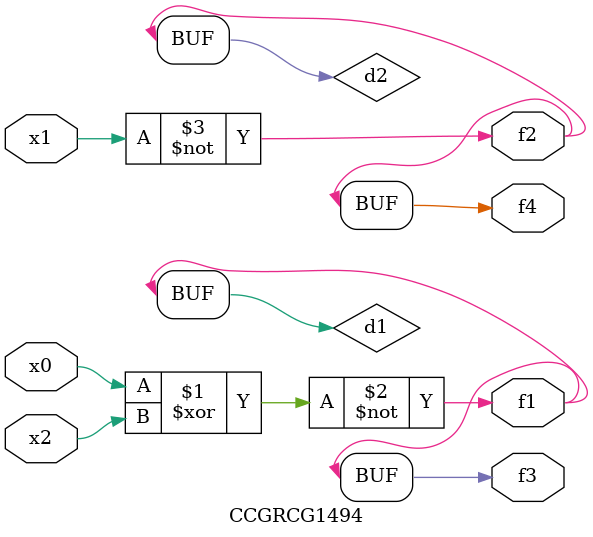
<source format=v>
module CCGRCG1494(
	input x0, x1, x2,
	output f1, f2, f3, f4
);

	wire d1, d2, d3;

	xnor (d1, x0, x2);
	nand (d2, x1);
	nor (d3, x1, x2);
	assign f1 = d1;
	assign f2 = d2;
	assign f3 = d1;
	assign f4 = d2;
endmodule

</source>
